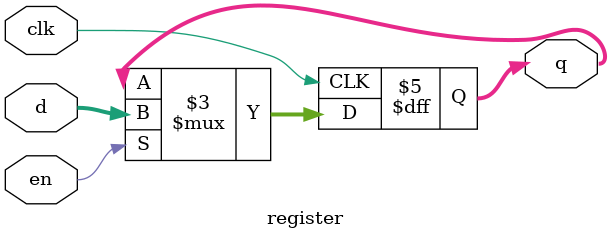
<source format=v>

module register #(parameter WIDTH =16)
               (input                  clk, en,
                input      [WIDTH-1:0] d,
                output reg [WIDTH-1:0] q);

   always @(posedge clk)begin
 
	if (en)
	q <= d;
	else
	q <= q;
	end
	endmodule
	
</source>
